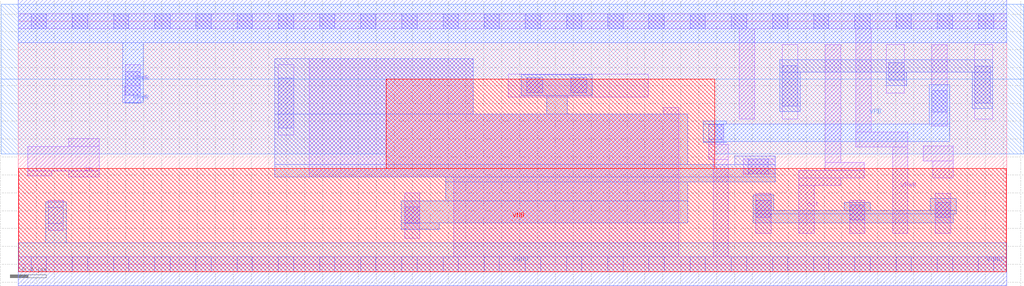
<source format=lef>
VERSION 5.7 ;
  NOWIREEXTENSIONATPIN ON ;
  DIVIDERCHAR "/" ;
  BUSBITCHARS "[]" ;
MACRO sky130_mm_sc_hd_dlyPoly5ns
  CLASS CORE ;
  FOREIGN sky130_mm_sc_hd_dlyPoly5ns ;
  ORIGIN 0.000 0.000 ;
  SIZE 11.040 BY 2.720 ;
  SITE unithd ;
  PIN VPWR
    DIRECTION INOUT ;
    USE POWER ;
    SHAPE ABUTMENT ;
    PORT
      LAYER li1 ;
        RECT 0.000 2.635 11.040 2.805 ;
        RECT 1.195 2.000 1.365 2.235 ;
        RECT 1.190 1.805 1.365 2.000 ;
        RECT 8.055 1.625 8.225 2.635 ;
        RECT 9.355 1.480 9.525 2.635 ;
        RECT 9.355 1.310 9.935 1.480 ;
        RECT 9.765 0.345 9.935 1.310 ;
      LAYER mcon ;
        RECT 0.145 2.635 0.315 2.805 ;
        RECT 0.605 2.635 0.775 2.805 ;
        RECT 1.065 2.635 1.235 2.805 ;
        RECT 1.525 2.635 1.695 2.805 ;
        RECT 1.985 2.635 2.155 2.805 ;
        RECT 2.445 2.635 2.615 2.805 ;
        RECT 2.905 2.635 3.075 2.805 ;
        RECT 3.365 2.635 3.535 2.805 ;
        RECT 3.825 2.635 3.995 2.805 ;
        RECT 4.285 2.635 4.455 2.805 ;
        RECT 4.745 2.635 4.915 2.805 ;
        RECT 5.205 2.635 5.375 2.805 ;
        RECT 5.665 2.635 5.835 2.805 ;
        RECT 6.125 2.635 6.295 2.805 ;
        RECT 6.585 2.635 6.755 2.805 ;
        RECT 7.045 2.635 7.215 2.805 ;
        RECT 7.505 2.635 7.675 2.805 ;
        RECT 7.965 2.635 8.135 2.805 ;
        RECT 8.425 2.635 8.595 2.805 ;
        RECT 8.885 2.635 9.055 2.805 ;
        RECT 9.345 2.635 9.515 2.805 ;
        RECT 9.805 2.635 9.975 2.805 ;
        RECT 10.265 2.635 10.435 2.805 ;
        RECT 10.725 2.635 10.895 2.805 ;
        RECT 1.195 1.895 1.365 2.155 ;
      LAYER met1 ;
        RECT 0.000 2.480 11.040 2.960 ;
        RECT 1.165 1.810 1.395 2.480 ;
        RECT 1.190 1.805 1.365 1.810 ;
    END
  END VPWR
  PIN in
    DIRECTION INPUT ;
    USE SIGNAL ;
    ANTENNAGATEAREA 2.685800 ;
    PORT
      LAYER li1 ;
        RECT 0.565 1.320 0.905 1.405 ;
        RECT 0.105 1.045 0.905 1.320 ;
        RECT 0.105 0.990 0.375 1.045 ;
        RECT 0.565 0.975 0.905 1.045 ;
    END
  END in
  PIN out
    DIRECTION OUTPUT ;
    USE SIGNAL ;
    ANTENNAGATEAREA 0.366000 ;
    ANTENNADIFFAREA 0.361800 ;
    PORT
      LAYER li1 ;
        RECT 9.015 1.140 9.185 2.455 ;
        RECT 10.110 1.155 10.445 1.325 ;
        RECT 9.015 1.050 9.450 1.140 ;
        RECT 8.720 0.965 9.450 1.050 ;
        RECT 10.215 0.965 10.445 1.155 ;
        RECT 8.720 0.880 9.185 0.965 ;
        RECT 8.720 0.345 8.890 0.880 ;
    END
  END out
  PIN VGND
    DIRECTION INOUT ;
    USE GROUND ;
    SHAPE ABUTMENT ;
    PORT
      LAYER li1 ;
        RECT 3.250 1.680 5.080 2.300 ;
        RECT 7.210 1.680 7.380 1.755 ;
        RECT 3.250 0.980 7.380 1.680 ;
        RECT 7.710 1.340 7.880 1.565 ;
        RECT 10.205 1.545 10.375 2.455 ;
        RECT 7.710 1.175 7.930 1.340 ;
        RECT 0.335 0.380 0.505 0.715 ;
        RECT 4.865 0.085 7.380 0.980 ;
        RECT 7.760 0.085 7.930 1.175 ;
        RECT 0.000 -0.085 11.040 0.085 ;
      LAYER mcon ;
        RECT 10.205 1.705 10.375 1.945 ;
        RECT 7.710 1.395 7.880 1.565 ;
        RECT 0.335 0.460 0.505 0.635 ;
        RECT 0.145 -0.085 0.315 0.085 ;
        RECT 0.605 -0.085 0.775 0.085 ;
        RECT 1.065 -0.085 1.235 0.085 ;
        RECT 1.525 -0.085 1.695 0.085 ;
        RECT 1.985 -0.085 2.155 0.085 ;
        RECT 2.445 -0.085 2.615 0.085 ;
        RECT 2.905 -0.085 3.075 0.085 ;
        RECT 3.365 -0.085 3.535 0.085 ;
        RECT 3.825 -0.085 3.995 0.085 ;
        RECT 4.285 -0.085 4.455 0.085 ;
        RECT 4.745 -0.085 4.915 0.085 ;
        RECT 5.205 -0.085 5.375 0.085 ;
        RECT 5.665 -0.085 5.835 0.085 ;
        RECT 6.125 -0.085 6.295 0.085 ;
        RECT 6.585 -0.085 6.755 0.085 ;
        RECT 7.045 -0.085 7.215 0.085 ;
        RECT 7.505 -0.085 7.675 0.085 ;
        RECT 7.965 -0.085 8.135 0.085 ;
        RECT 8.425 -0.085 8.595 0.085 ;
        RECT 8.885 -0.085 9.055 0.085 ;
        RECT 9.345 -0.085 9.515 0.085 ;
        RECT 9.805 -0.085 9.975 0.085 ;
        RECT 10.265 -0.085 10.435 0.085 ;
        RECT 10.725 -0.085 10.895 0.085 ;
      LAYER met1 ;
        RECT 7.650 1.570 7.910 1.600 ;
        RECT 10.175 1.570 10.405 2.010 ;
        RECT 7.650 1.375 10.405 1.570 ;
        RECT 7.650 1.365 7.910 1.375 ;
        RECT 0.305 0.240 0.535 0.700 ;
        RECT 0.000 -0.240 11.040 0.240 ;
    END
  END VGND
  PIN VPB
    DIRECTION INOUT ;
    USE POWER ;
    PORT
      LAYER nwell ;
        RECT -0.190 2.070 11.230 2.910 ;
        RECT -0.190 1.235 4.110 2.070 ;
        RECT 7.780 1.235 11.230 2.070 ;
    END
  END VPB
  PIN VNB
    DIRECTION INOUT ;
    USE GROUND ;
    PORT
      LAYER pwell ;
        RECT 4.110 1.070 7.780 2.070 ;
        RECT 0.005 -0.085 11.035 1.070 ;
    END
  END VNB
  OBS
      LAYER li1 ;
        RECT 2.905 1.445 3.075 2.235 ;
        RECT 5.475 1.870 7.035 2.125 ;
        RECT 8.535 1.625 8.705 2.455 ;
        RECT 9.695 1.915 9.895 2.455 ;
        RECT 10.685 1.625 10.885 2.455 ;
        RECT 8.100 1.010 8.455 1.180 ;
        RECT 4.315 0.290 4.485 0.800 ;
        RECT 8.240 0.345 8.410 0.795 ;
        RECT 9.285 0.345 9.455 0.715 ;
        RECT 10.245 0.345 10.415 0.795 ;
      LAYER mcon ;
        RECT 2.905 1.525 3.075 2.085 ;
        RECT 5.680 1.920 5.860 2.090 ;
        RECT 6.170 1.920 6.350 2.090 ;
        RECT 8.535 1.770 8.705 2.225 ;
        RECT 9.725 2.060 9.895 2.255 ;
        RECT 10.685 1.805 10.855 2.215 ;
        RECT 8.155 1.010 8.375 1.180 ;
        RECT 4.315 0.460 4.485 0.640 ;
        RECT 8.240 0.525 8.410 0.715 ;
        RECT 9.285 0.495 9.455 0.665 ;
        RECT 10.245 0.525 10.415 0.695 ;
      LAYER met1 ;
        RECT 2.865 1.680 5.080 2.300 ;
        RECT 8.505 2.150 10.885 2.290 ;
        RECT 5.620 1.890 6.410 2.120 ;
        RECT 5.905 1.680 6.130 1.890 ;
        RECT 8.505 1.710 8.735 2.150 ;
        RECT 9.695 2.000 9.925 2.150 ;
        RECT 10.655 1.745 10.885 2.150 ;
        RECT 2.865 1.115 7.480 1.680 ;
        RECT 8.005 1.115 8.455 1.210 ;
        RECT 2.865 0.980 8.455 1.115 ;
        RECT 4.775 0.920 8.455 0.980 ;
        RECT 4.775 0.710 7.480 0.920 ;
        RECT 4.280 0.465 7.480 0.710 ;
        RECT 8.210 0.605 8.440 0.775 ;
        RECT 9.225 0.605 9.515 0.695 ;
        RECT 10.185 0.605 10.475 0.735 ;
        RECT 8.210 0.565 10.475 0.605 ;
        RECT 8.210 0.465 10.445 0.565 ;
        RECT 4.280 0.390 4.700 0.465 ;
  END
END sky130_mm_sc_hd_dlyPoly5ns
END LIBRARY


</source>
